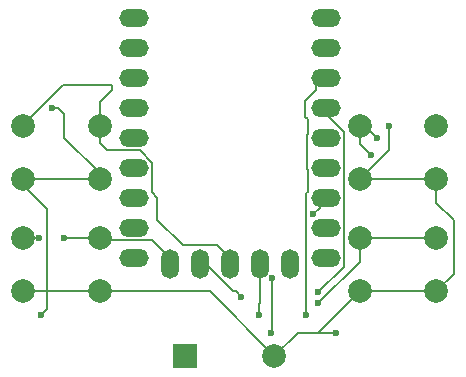
<source format=gbr>
%TF.GenerationSoftware,KiCad,Pcbnew,8.0.5*%
%TF.CreationDate,2024-10-14T18:41:00+02:00*%
%TF.ProjectId,pcb,7063622e-6b69-4636-9164-5f7063625858,rev?*%
%TF.SameCoordinates,Original*%
%TF.FileFunction,Copper,L2,Bot*%
%TF.FilePolarity,Positive*%
%FSLAX46Y46*%
G04 Gerber Fmt 4.6, Leading zero omitted, Abs format (unit mm)*
G04 Created by KiCad (PCBNEW 8.0.5) date 2024-10-14 18:41:00*
%MOMM*%
%LPD*%
G01*
G04 APERTURE LIST*
%TA.AperFunction,ComponentPad*%
%ADD10C,2.000000*%
%TD*%
%TA.AperFunction,ComponentPad*%
%ADD11R,2.000000X2.000000*%
%TD*%
%TA.AperFunction,ComponentPad*%
%ADD12O,2.500000X1.500000*%
%TD*%
%TA.AperFunction,ComponentPad*%
%ADD13O,1.500000X2.500000*%
%TD*%
%TA.AperFunction,ViaPad*%
%ADD14C,0.600000*%
%TD*%
%TA.AperFunction,Conductor*%
%ADD15C,0.200000*%
%TD*%
G04 APERTURE END LIST*
D10*
%TO.P,SBR1,1,1*%
%TO.N,Net-(U1-12)*%
X161000000Y-52500000D03*
X167500000Y-52500000D03*
%TO.P,SBR1,2,2*%
%TO.N,GND*%
X161000000Y-57000000D03*
X167500000Y-57000000D03*
%TD*%
%TO.P,STL1,1,1*%
%TO.N,Net-(U1-11)*%
X132500000Y-43000000D03*
X139000000Y-43000000D03*
%TO.P,STL1,2,2*%
%TO.N,GND*%
X132500000Y-47500000D03*
X139000000Y-47500000D03*
%TD*%
%TO.P,SBL1,1,1*%
%TO.N,Net-(U1-13)*%
X132500000Y-52500000D03*
X139000000Y-52500000D03*
%TO.P,SBL1,2,2*%
%TO.N,GND*%
X132500000Y-57000000D03*
X139000000Y-57000000D03*
%TD*%
%TO.P,STR1,1,1*%
%TO.N,Net-(U1-10)*%
X161000000Y-43000000D03*
X167500000Y-43000000D03*
%TO.P,STR1,2,2*%
%TO.N,GND*%
X161000000Y-47500000D03*
X167500000Y-47500000D03*
%TD*%
D11*
%TO.P,BZ1,1,+*%
%TO.N,Net-(BZ1-+)*%
X146200000Y-62500000D03*
D10*
%TO.P,BZ1,2,-*%
%TO.N,GND*%
X153800000Y-62500000D03*
%TD*%
D12*
%TO.P,U1,1,0*%
%TO.N,unconnected-(U1-0-Pad1)*%
X158120000Y-33840000D03*
%TO.P,U1,2,1*%
%TO.N,unconnected-(U1-1-Pad2)*%
X158120000Y-36380000D03*
%TO.P,U1,3,2*%
%TO.N,Net-(U1-2)*%
X158120000Y-38920000D03*
%TO.P,U1,4,3*%
%TO.N,Net-(U1-3)*%
X158120000Y-41460000D03*
%TO.P,U1,5,4*%
%TO.N,Net-(U1-4)*%
X158120000Y-44000000D03*
%TO.P,U1,6,5*%
%TO.N,Net-(U1-5)*%
X158120000Y-46540000D03*
%TO.P,U1,7,6*%
%TO.N,Net-(BZ1-+)*%
X158120000Y-49080000D03*
%TO.P,U1,8,7*%
%TO.N,unconnected-(U1-7-Pad8)*%
X158120000Y-51620000D03*
%TO.P,U1,9,8*%
%TO.N,unconnected-(U1-8-Pad9)*%
X158120000Y-54160000D03*
D13*
%TO.P,U1,10,9*%
%TO.N,unconnected-(U1-9-Pad10)*%
X155080000Y-54660000D03*
%TO.P,U1,11,10*%
%TO.N,Net-(U1-10)*%
X152540000Y-54660000D03*
%TO.P,U1,12,11*%
%TO.N,Net-(U1-11)*%
X150000000Y-54660000D03*
%TO.P,U1,13,12*%
%TO.N,Net-(U1-12)*%
X147460000Y-54660000D03*
%TO.P,U1,14,13*%
%TO.N,Net-(U1-13)*%
X144920000Y-54660000D03*
D12*
%TO.P,U1,15,14*%
%TO.N,unconnected-(U1-14-Pad15)*%
X141880000Y-54160000D03*
%TO.P,U1,16,15*%
%TO.N,unconnected-(U1-15-Pad16)*%
X141880000Y-51620000D03*
%TO.P,U1,17,26*%
%TO.N,unconnected-(U1-26-Pad17)*%
X141880000Y-49080000D03*
%TO.P,U1,18,27*%
%TO.N,unconnected-(U1-27-Pad18)*%
X141880000Y-46540000D03*
%TO.P,U1,19,28*%
%TO.N,unconnected-(U1-28-Pad19)*%
X141880000Y-44000000D03*
%TO.P,U1,20,29*%
%TO.N,unconnected-(U1-29-Pad20)*%
X141880000Y-41460000D03*
%TO.P,U1,21,3V3*%
%TO.N,unconnected-(U1-3V3-Pad21)*%
X141880000Y-38920000D03*
%TO.P,U1,22,GND*%
%TO.N,unconnected-(U1-GND-Pad22)*%
X141880000Y-36380000D03*
%TO.P,U1,23,5V*%
%TO.N,unconnected-(U1-5V-Pad23)*%
X141880000Y-33840000D03*
%TD*%
D14*
%TO.N,GND*%
X135000000Y-41500000D03*
X159000000Y-60500000D03*
X163500000Y-43000000D03*
X134000000Y-59000000D03*
%TO.N,Net-(U1-3)*%
X157500000Y-57100000D03*
%TO.N,Net-(U1-2)*%
X156500000Y-59000000D03*
%TO.N,Net-(U1-13)*%
X136000000Y-52500000D03*
X133900000Y-52500000D03*
%TO.N,Net-(U1-12)*%
X157500000Y-58000000D03*
X151000000Y-57500000D03*
%TO.N,Net-(U1-10)*%
X152500000Y-59000000D03*
X162000000Y-45500000D03*
X162500000Y-44000000D03*
%TO.N,Net-(BZ1-+)*%
X153500000Y-60500000D03*
X153547423Y-55900001D03*
X157099999Y-50483294D03*
%TD*%
D15*
%TO.N,GND*%
X136000000Y-44000000D02*
X136000000Y-42000000D01*
X135000000Y-41500000D02*
X135500000Y-41500000D01*
X139000000Y-47500000D02*
X139000000Y-47000000D01*
X132500000Y-47500000D02*
X132500000Y-48000000D01*
X139000000Y-47000000D02*
X136000000Y-44000000D01*
X167500000Y-47500000D02*
X167500000Y-49500000D01*
X135500000Y-41500000D02*
X136000000Y-42000000D01*
X139000000Y-57000000D02*
X148300000Y-57000000D01*
X134500000Y-57000000D02*
X139000000Y-57000000D01*
X132500000Y-48000000D02*
X134500000Y-50000000D01*
X167500000Y-49500000D02*
X169000000Y-51000000D01*
X134500000Y-57000000D02*
X132500000Y-57000000D01*
X155800000Y-60500000D02*
X153800000Y-62500000D01*
X134500000Y-50000000D02*
X134500000Y-57000000D01*
X139000000Y-47500000D02*
X132500000Y-47500000D01*
X167500000Y-47500000D02*
X161000000Y-47500000D01*
X163500000Y-45000000D02*
X161000000Y-47500000D01*
X161000000Y-57000000D02*
X157500000Y-60500000D01*
X134500000Y-58500000D02*
X134500000Y-57000000D01*
X134000000Y-59000000D02*
X134500000Y-58500000D01*
X169000000Y-51000000D02*
X169000000Y-55500000D01*
X157500000Y-60500000D02*
X155800000Y-60500000D01*
X169000000Y-55500000D02*
X167500000Y-57000000D01*
X159000000Y-60500000D02*
X157500000Y-60500000D01*
X148300000Y-57000000D02*
X153800000Y-62500000D01*
X161000000Y-57000000D02*
X167500000Y-57000000D01*
X163500000Y-43000000D02*
X163500000Y-45000000D01*
%TO.N,Net-(U1-3)*%
X159670000Y-54930000D02*
X159670000Y-43510000D01*
X159670000Y-43510000D02*
X157620000Y-41460000D01*
X157500000Y-57100000D02*
X159670000Y-54930000D01*
%TO.N,Net-(U1-2)*%
X156500000Y-48715076D02*
X156500000Y-59000000D01*
X156602593Y-48612483D02*
X156500000Y-48715076D01*
X157346409Y-38920000D02*
X157346409Y-39992502D01*
X156420200Y-42240889D02*
X156602593Y-42423282D01*
X156420200Y-40918711D02*
X156420200Y-42240889D01*
X156602593Y-43663816D02*
X156541006Y-43725403D01*
X156541006Y-43725403D02*
X156541006Y-46532538D01*
X156602593Y-46842159D02*
X156602593Y-48612483D01*
X156602593Y-42423282D02*
X156602593Y-43663816D01*
X157620000Y-38920000D02*
X157346409Y-38920000D01*
X157346409Y-39992502D02*
X156420200Y-40918711D01*
X156541006Y-46532538D02*
X156602593Y-46842159D01*
%TO.N,Net-(U1-13)*%
X139170000Y-52670000D02*
X143430000Y-52670000D01*
X139000000Y-52500000D02*
X139170000Y-52670000D01*
X136000000Y-52500000D02*
X139000000Y-52500000D01*
X143430000Y-52670000D02*
X144920000Y-54160000D01*
X132500000Y-52500000D02*
X133900000Y-52500000D01*
%TO.N,Net-(U1-12)*%
X167500000Y-52500000D02*
X161000000Y-52500000D01*
X161000000Y-52500000D02*
X161000000Y-54500000D01*
X151000000Y-57500000D02*
X150500000Y-57000000D01*
X161000000Y-54500000D02*
X157500000Y-58000000D01*
X150300000Y-57000000D02*
X147460000Y-54160000D01*
X150500000Y-57000000D02*
X150300000Y-57000000D01*
%TO.N,Net-(U1-11)*%
X140000000Y-40000000D02*
X139000000Y-41000000D01*
X148940000Y-53100000D02*
X150000000Y-54160000D01*
X143458994Y-46532538D02*
X143397407Y-46842159D01*
X139000000Y-41000000D02*
X139000000Y-43000000D01*
X140000000Y-39500000D02*
X140000000Y-40000000D01*
X142388911Y-45050000D02*
X143458994Y-46120083D01*
X139000000Y-43000000D02*
X139000000Y-44414213D01*
X143458994Y-46120083D02*
X143458994Y-46532538D01*
X146040315Y-53100000D02*
X148940000Y-53100000D01*
X135934315Y-39500000D02*
X140000000Y-39500000D01*
X139635787Y-45050000D02*
X142388911Y-45050000D01*
X132500000Y-42934315D02*
X135934315Y-39500000D01*
X143397407Y-46842159D02*
X143397407Y-48612483D01*
X143397407Y-48612483D02*
X143887146Y-49102222D01*
X139000000Y-44414213D02*
X139635787Y-45050000D01*
X132500000Y-43000000D02*
X132500000Y-42934315D01*
X143887146Y-50946831D02*
X146040315Y-53100000D01*
X143887146Y-49102222D02*
X143887146Y-50946831D01*
%TO.N,Net-(U1-10)*%
X161000000Y-43000000D02*
X161500000Y-43000000D01*
X152500000Y-59000000D02*
X152500000Y-58000000D01*
X152540000Y-57960000D02*
X152540000Y-54160000D01*
X161000000Y-44500000D02*
X162000000Y-45500000D01*
X152500000Y-58000000D02*
X152540000Y-57960000D01*
X161500000Y-43000000D02*
X162500000Y-44000000D01*
X161000000Y-43000000D02*
X161000000Y-44500000D01*
%TO.N,Net-(BZ1-+)*%
X157620000Y-49080000D02*
X157620000Y-49963293D01*
X157620000Y-49963293D02*
X157099999Y-50483294D01*
X153547423Y-55900001D02*
X153547423Y-60452577D01*
X153547423Y-60452577D02*
X153500000Y-60500000D01*
%TD*%
M02*

</source>
